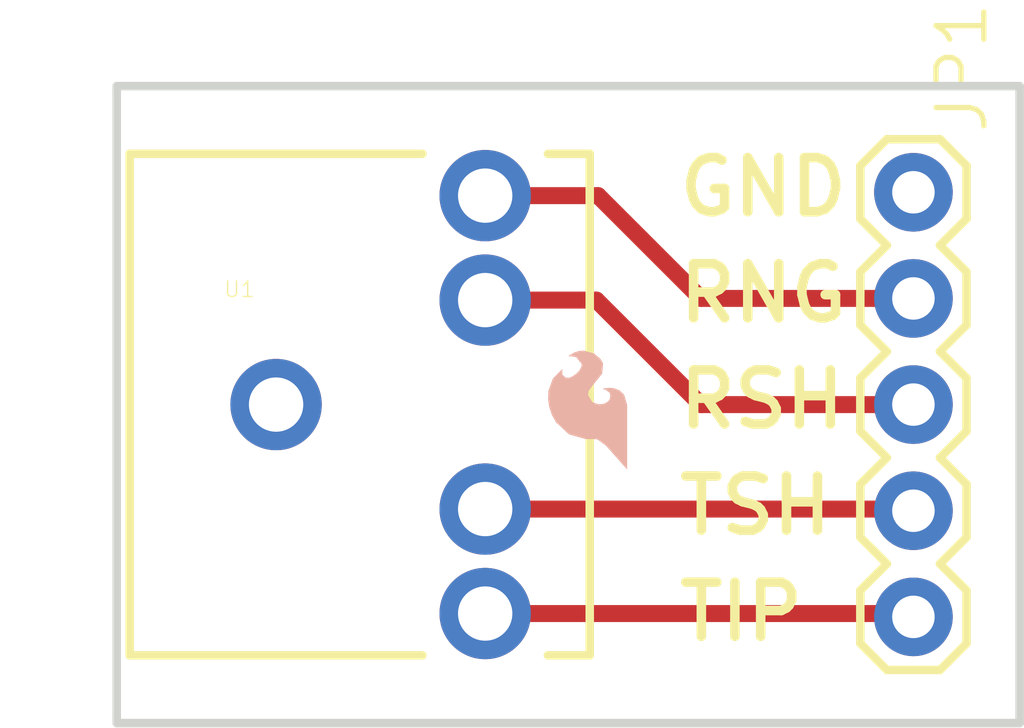
<source format=kicad_pcb>
(kicad_pcb (version 20211014) (generator pcbnew)
  (layers (0 "F.Cu" signal) (1 "In1.Cu" signal) (2 "In2.Cu" signal) (3 "In3.Cu" signal) (4 "In4.Cu" signal) (5 "In5.Cu" signal) (6 "In6.Cu" signal) (7 "In7.Cu" signal) (8 "In8.Cu" signal) (9 "In9.Cu" signal) (10 "In10.Cu" signal) (11 "In11.Cu" signal) (12 "In12.Cu" signal) (13 "In13.Cu" signal) (14 "In14.Cu" signal) (31 "B.Cu" signal) (34 "B.Paste" user) (35 "F.Paste" user) (36 "B.SilkS" user "B.Silkscreen") (37 "F.SilkS" user "F.Silkscreen") (38 "B.Mask" user) (39 "F.Mask" user) (44 "Edge.Cuts" user))
  (net 0 "")
  (net 1 "GND")
  (net 2 "RING")
  (net 3 "RING_SHUNT")
  (net 4 "TIP_SHUNT")
  (net 5 "TIP")
  (footprint "boardEagle:AUDIO-JACK" (layer "F.Cu") (at 141.5161 105.0036)
    (fp_text reference "U1" (at -1.27 -2.54) (layer "F.SilkS") (effects (font (size 0.373888 0.373888) (thickness 0.032512)) (justify left bottom)))
    (fp_text value "AUDIO-JACK")
    (fp_line (start 7.5 6) (end 6.5 6) (layer "F.SilkS") (width 0.2032))
    (fp_line (start -3.5 6) (end 3.5 6) (layer "F.SilkS") (width 0.2032))
    (fp_line (start -3.5 -6) (end 3.5 -6) (layer "F.SilkS") (width 0.2032))
    (fp_line (start 7.5 -6) (end 6.5 -6) (layer "F.SilkS") (width 0.2032))
    (fp_line (start -3.5 -6) (end -3.5 6) (layer "F.SilkS") (width 0.2032))
    (fp_line (start 7.5 -6) (end 7.5 6) (layer "F.SilkS") (width 0.2032))
    (pad "" np_thru_hole circle (at 0 5) (size 1.2 1.2) (drill 1.2) (layers *.Cu *.Mask))
    (pad "" np_thru_hole circle (at 5 0) (size 1.2 1.2) (drill 1.2) (layers *.Cu *.Mask))
    (pad "" np_thru_hole circle (at -2.5 5) (size 1.2 1.2) (drill 1.2) (layers *.Cu *.Mask))
    (pad "" np_thru_hole circle (at 0 -5) (size 1.2 1.2) (drill 1.2) (layers *.Cu *.Mask))
    (pad "" np_thru_hole circle (at -2.5 -5) (size 1.2 1.2) (drill 1.2) (layers *.Cu *.Mask))
    (pad "RING" thru_hole circle (at 5 -5) (size 2.1844 2.1844) (drill 1.3) (layers *.Cu *.Mask) (net 2 "RING"))
    (pad "RSH" thru_hole circle (at 5 -2.5) (size 2.1844 2.1844) (drill 1.3) (layers *.Cu *.Mask) (net 3 "RING_SHUNT"))
    (pad "SLEEVE" thru_hole circle (at 0 0) (size 2.1844 2.1844) (drill 1.3) (layers *.Cu *.Mask) (net 1 "GND"))
    (pad "TIP" thru_hole circle (at 5 5) (size 2.1844 2.1844) (drill 1.3) (layers *.Cu *.Mask) (net 5 "TIP"))
    (pad "TSH" thru_hole circle (at 5 2.5) (size 2.1844 2.1844) (drill 1.3) (layers *.Cu *.Mask) (net 4 "TIP_SHUNT"))
  )
  (footprint "boardEagle:1X05" (layer "F.Cu") (at 156.7561 99.9236 -90)
    (fp_text reference "JP1" (at -1.3462 -1.8288 -90) (layer "F.SilkS") (effects (font (size 1.143 1.143) (thickness 0.127)) (justify left bottom)))
    (fp_text value "")
    (fp_line (start 8.255 1.27) (end 6.985 1.27) (layer "F.SilkS") (width 0.2032))
    (fp_line (start 1.905 -1.27) (end 3.175 -1.27) (layer "F.SilkS") (width 0.2032))
    (fp_line (start 6.985 -1.27) (end 8.255 -1.27) (layer "F.SilkS") (width 0.2032))
    (fp_line (start 5.715 -1.27) (end 6.35 -0.635) (layer "F.SilkS") (width 0.2032))
    (fp_line (start 0.635 -1.27) (end 1.27 -0.635) (layer "F.SilkS") (width 0.2032))
    (fp_line (start 3.81 -0.635) (end 4.445 -1.27) (layer "F.SilkS") (width 0.2032))
    (fp_line (start 9.525 -1.27) (end 10.795 -1.27) (layer "F.SilkS") (width 0.2032))
    (fp_line (start 3.81 0.635) (end 3.175 1.27) (layer "F.SilkS") (width 0.2032))
    (fp_line (start 0.635 1.27) (end -0.635 1.27) (layer "F.SilkS") (width 0.2032))
    (fp_line (start 8.89 -0.635) (end 9.525 -1.27) (layer "F.SilkS") (width 0.2032))
    (fp_line (start -1.27 0.635) (end -0.635 1.27) (layer "F.SilkS") (width 0.2032))
    (fp_line (start 5.715 1.27) (end 4.445 1.27) (layer "F.SilkS") (width 0.2032))
    (fp_line (start 1.27 0.635) (end 0.635 1.27) (layer "F.SilkS") (width 0.2032))
    (fp_line (start 1.905 1.27) (end 1.27 0.635) (layer "F.SilkS") (width 0.2032))
    (fp_line (start 10.795 1.27) (end 9.525 1.27) (layer "F.SilkS") (width 0.2032))
    (fp_line (start 1.27 -0.635) (end 1.905 -1.27) (layer "F.SilkS") (width 0.2032))
    (fp_line (start 8.89 0.635) (end 8.255 1.27) (layer "F.SilkS") (width 0.2032))
    (fp_line (start 6.35 0.635) (end 5.715 1.27) (layer "F.SilkS") (width 0.2032))
    (fp_line (start 4.445 -1.27) (end 5.715 -1.27) (layer "F.SilkS") (width 0.2032))
    (fp_line (start -0.635 -1.27) (end -1.27 -0.635) (layer "F.SilkS") (width 0.2032))
    (fp_line (start -0.635 -1.27) (end 0.635 -1.27) (layer "F.SilkS") (width 0.2032))
    (fp_line (start 3.175 1.27) (end 1.905 1.27) (layer "F.SilkS") (width 0.2032))
    (fp_line (start 11.43 -0.635) (end 11.43 0.635) (layer "F.SilkS") (width 0.2032))
    (fp_line (start 9.525 1.27) (end 8.89 0.635) (layer "F.SilkS") (width 0.2032))
    (fp_line (start 6.985 -1.27) (end 6.35 -0.635) (layer "F.SilkS") (width 0.2032))
    (fp_line (start 8.255 -1.27) (end 8.89 -0.635) (layer "F.SilkS") (width 0.2032))
    (fp_line (start 6.35 0.635) (end 6.985 1.27) (layer "F.SilkS") (width 0.2032))
    (fp_line (start 11.43 0.635) (end 10.795 1.27) (layer "F.SilkS") (width 0.2032))
    (fp_line (start 10.795 -1.27) (end 11.43 -0.635) (layer "F.SilkS") (width 0.2032))
    (fp_line (start 4.445 1.27) (end 3.81 0.635) (layer "F.SilkS") (width 0.2032))
    (fp_line (start 3.175 -1.27) (end 3.81 -0.635) (layer "F.SilkS") (width 0.2032))
    (fp_line (start -1.27 -0.635) (end -1.27 0.635) (layer "F.SilkS") (width 0.2032))
    (pad "1" thru_hole circle (at 0 0) (size 1.8796 1.8796) (drill 1.016) (layers *.Cu *.Mask) (net 1 "GND"))
    (pad "2" thru_hole circle (at 2.54 0) (size 1.8796 1.8796) (drill 1.016) (layers *.Cu *.Mask) (net 2 "RING"))
    (pad "3" thru_hole circle (at 5.08 0) (size 1.8796 1.8796) (drill 1.016) (layers *.Cu *.Mask) (net 3 "RING_SHUNT"))
    (pad "4" thru_hole circle (at 7.62 0) (size 1.8796 1.8796) (drill 1.016) (layers *.Cu *.Mask) (net 4 "TIP_SHUNT"))
    (pad "5" thru_hole circle (at 10.16 0) (size 1.8796 1.8796) (drill 1.016) (layers *.Cu *.Mask) (net 5 "TIP"))
  )
  (footprint "boardEagle:SFE-LOGO-FLAME" (layer "B.Cu") (at 149.8981 106.5276 180)
    (fp_text reference "U$1" hide)
    (fp_text value "LOGO-SFESK" hide)
    (fp_poly (pts (xy 1.126002 2.808203) (xy 1.215449 2.785829) (xy 1.228477 2.780783) (xy 1.240149 2.774875) (xy 1.25686 2.766576) (xy 1.275552 2.759834) (xy 1.371694 2.7026) (xy 1.3793 2.7026) (xy 1.3793 2.6772) (xy 1.306833 2.6772) (xy 1.208418 2.657914) (xy 1.074855 2.495286) (xy 1.079365 2.436825) (xy 1.12809 2.341869) (xy 1.204666 2.265196) (xy 1.294069 2.200638) (xy 1.369348 2.168824) (xy 1.450737 2.171632) (xy 1.458864 2.174186) (xy 1.466257 2.177389) (xy 1.530514 2.236956) (xy 1.5368 2.259812) (xy 1.5368 2.377938) (xy 1.763707 2.148127) (xy 1.868186 1.856841) (xy 1.871603 1.856894) (xy 1.87806 1.650435) (xy 1.848857 1.45742) (xy 1.785308 1.272842) (xy 1.6663 1.061578) (xy 1.6663 1.080581) (xy 1.378131 0.80901) (xy 0.982239 0.6985) (xy 0.753005 0.6985) (xy 0.716201 0.692046) (xy 0.681776 0.679592) (xy 0.496322 0.541784) (xy -0.0126 -0.03091) (xy -0.0126 1.52077) (xy 0.060004 1.761967) (xy 0.168295 1.865489) (xy 0.307122 1.917522) (xy 0.4039 1.925089) (xy 0.499384 1.917623) (xy 0.55991 1.908099) (xy 0.557788 1.884433) (xy 0.522216 1.885242) (xy 0.501784 1.876141) (xy 0.420519 1.817154) (xy 0.400722 1.79067) (xy 0.390395 1.7285) (xy 0.400905 1.665229) (xy 0.421405 1.625174) (xy 0.452343 1.592685) (xy 0.546535 1.54355) (xy 0.652229 1.531742) (xy 0.742768 1.550084) (xy 0.82422 1.589656) (xy 0.92203 1.754659) (xy 0.907706 1.848844) (xy 0.850914 1.930401) (xy 0.584707 2.263237) (xy 0.561667 2.510855) (xy 0.627495 2.621556) (xy 0.629042 2.623103) (xy 0.778901 2.74712) (xy 1.032676 2.817064)) (layer "B.SilkS") (width 0) (fill solid))
  )
  (gr_line (start 137.7061 97.3836) (end 137.7061 112.6236) (layer "Edge.Cuts") (width 0.2032))
  (gr_line (start 159.2961 112.6236) (end 159.2961 97.3836) (layer "Edge.Cuts") (width 0.2032))
  (gr_line (start 159.2961 97.3836) (end 137.7061 97.3836) (layer "Edge.Cuts") (width 0.2032))
  (gr_line (start 137.7061 112.6236) (end 159.2961 112.6236) (layer "Edge.Cuts") (width 0.2032))
  (gr_text "RSH" (at 151.0411 105.6386) (layer "F.SilkS") (effects (font (size 1.2954 1.2954) (thickness 0.2286)) (justify left bottom)))
  (gr_text "TIP" (at 151.0411 110.7186) (layer "F.SilkS") (effects (font (size 1.2954 1.2954) (thickness 0.2286)) (justify left bottom)))
  (gr_text "GND" (at 151.0411 100.5586) (layer "F.SilkS") (effects (font (size 1.2954 1.2954) (thickness 0.2286)) (justify left bottom)))
  (gr_text "TSH" (at 151.0411 108.1786) (layer "F.SilkS") (effects (font (size 1.2954 1.2954) (thickness 0.2286)) (justify left bottom)))
  (gr_text "RNG" (at 151.0411 103.0986) (layer "F.SilkS") (effects (font (size 1.2954 1.2954) (thickness 0.2286)) (justify left bottom)))
  (segment (start 151.6761 102.4636) (end 156.7561 102.4636) (width 0.4064) (layer "F.Cu") (net 2))
  (segment (start 149.2161 100.0036) (end 151.6761 102.4636) (width 0.4064) (layer "F.Cu") (net 2))
  (segment (start 146.5161 100.0036) (end 149.2161 100.0036) (width 0.4064) (layer "F.Cu") (net 2))
  (segment (start 149.1761 102.5036) (end 151.6761 105.0036) (width 0.4064) (layer "F.Cu") (net 3))
  (segment (start 151.6761 105.0036) (end 156.7561 105.0036) (width 0.4064) (layer "F.Cu") (net 3))
  (segment (start 146.5161 102.5036) (end 149.1761 102.5036) (width 0.4064) (layer "F.Cu") (net 3))
  (segment (start 156.7161 107.5036) (end 156.7561 107.5436) (width 0.4064) (layer "F.Cu") (net 4))
  (segment (start 146.5161 107.5036) (end 156.7161 107.5036) (width 0.4064) (layer "F.Cu") (net 4))
  (segment (start 156.6761 110.0036) (end 156.7561 110.0836) (width 0.4064) (layer "F.Cu") (net 5))
  (segment (start 146.5161 110.0036) (end 156.6761 110.0036) (width 0.4064) (layer "F.Cu") (net 5))
)
</source>
